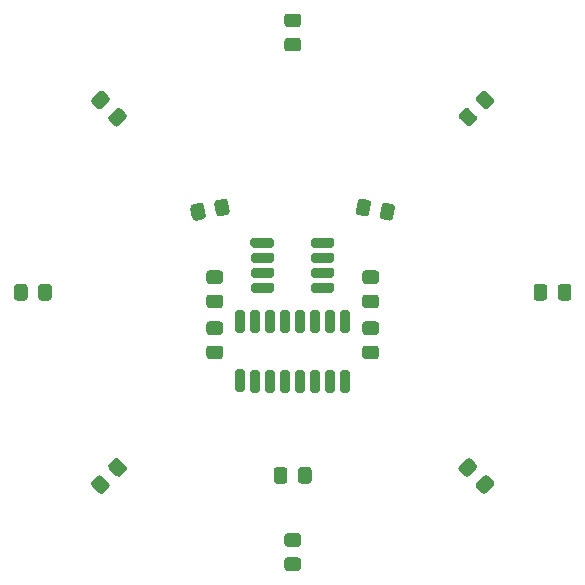
<source format=gbr>
G04 #@! TF.GenerationSoftware,KiCad,Pcbnew,5.1.7-a382d34a8~88~ubuntu20.04.1*
G04 #@! TF.CreationDate,2020-12-13T09:57:00-08:00*
G04 #@! TF.ProjectId,smd-sun,736d642d-7375-46e2-9e6b-696361645f70,rev?*
G04 #@! TF.SameCoordinates,Original*
G04 #@! TF.FileFunction,Paste,Top*
G04 #@! TF.FilePolarity,Positive*
%FSLAX46Y46*%
G04 Gerber Fmt 4.6, Leading zero omitted, Abs format (unit mm)*
G04 Created by KiCad (PCBNEW 5.1.7-a382d34a8~88~ubuntu20.04.1) date 2020-12-13 09:57:00*
%MOMM*%
%LPD*%
G01*
G04 APERTURE LIST*
G04 APERTURE END LIST*
G36*
G01*
X-4245000Y-3460000D02*
X-4645000Y-3460000D01*
G75*
G02*
X-4845000Y-3260000I0J200000D01*
G01*
X-4845000Y-1660000D01*
G75*
G02*
X-4645000Y-1460000I200000J0D01*
G01*
X-4245000Y-1460000D01*
G75*
G02*
X-4045000Y-1660000I0J-200000D01*
G01*
X-4045000Y-3260000D01*
G75*
G02*
X-4245000Y-3460000I-200000J0D01*
G01*
G37*
G36*
G01*
X-2975000Y-3460000D02*
X-3375000Y-3460000D01*
G75*
G02*
X-3575000Y-3260000I0J200000D01*
G01*
X-3575000Y-1660000D01*
G75*
G02*
X-3375000Y-1460000I200000J0D01*
G01*
X-2975000Y-1460000D01*
G75*
G02*
X-2775000Y-1660000I0J-200000D01*
G01*
X-2775000Y-3260000D01*
G75*
G02*
X-2975000Y-3460000I-200000J0D01*
G01*
G37*
G36*
G01*
X-1705000Y-3460000D02*
X-2105000Y-3460000D01*
G75*
G02*
X-2305000Y-3260000I0J200000D01*
G01*
X-2305000Y-1660000D01*
G75*
G02*
X-2105000Y-1460000I200000J0D01*
G01*
X-1705000Y-1460000D01*
G75*
G02*
X-1505000Y-1660000I0J-200000D01*
G01*
X-1505000Y-3260000D01*
G75*
G02*
X-1705000Y-3460000I-200000J0D01*
G01*
G37*
G36*
G01*
X-435000Y-3460000D02*
X-835000Y-3460000D01*
G75*
G02*
X-1035000Y-3260000I0J200000D01*
G01*
X-1035000Y-1660000D01*
G75*
G02*
X-835000Y-1460000I200000J0D01*
G01*
X-435000Y-1460000D01*
G75*
G02*
X-235000Y-1660000I0J-200000D01*
G01*
X-235000Y-3260000D01*
G75*
G02*
X-435000Y-3460000I-200000J0D01*
G01*
G37*
G36*
G01*
X835000Y-3460000D02*
X435000Y-3460000D01*
G75*
G02*
X235000Y-3260000I0J200000D01*
G01*
X235000Y-1660000D01*
G75*
G02*
X435000Y-1460000I200000J0D01*
G01*
X835000Y-1460000D01*
G75*
G02*
X1035000Y-1660000I0J-200000D01*
G01*
X1035000Y-3260000D01*
G75*
G02*
X835000Y-3460000I-200000J0D01*
G01*
G37*
G36*
G01*
X2105000Y-3460000D02*
X1705000Y-3460000D01*
G75*
G02*
X1505000Y-3260000I0J200000D01*
G01*
X1505000Y-1660000D01*
G75*
G02*
X1705000Y-1460000I200000J0D01*
G01*
X2105000Y-1460000D01*
G75*
G02*
X2305000Y-1660000I0J-200000D01*
G01*
X2305000Y-3260000D01*
G75*
G02*
X2105000Y-3460000I-200000J0D01*
G01*
G37*
G36*
G01*
X3375000Y-3460000D02*
X2975000Y-3460000D01*
G75*
G02*
X2775000Y-3260000I0J200000D01*
G01*
X2775000Y-1660000D01*
G75*
G02*
X2975000Y-1460000I200000J0D01*
G01*
X3375000Y-1460000D01*
G75*
G02*
X3575000Y-1660000I0J-200000D01*
G01*
X3575000Y-3260000D01*
G75*
G02*
X3375000Y-3460000I-200000J0D01*
G01*
G37*
G36*
G01*
X4645000Y-3460000D02*
X4245000Y-3460000D01*
G75*
G02*
X4045000Y-3260000I0J200000D01*
G01*
X4045000Y-1660000D01*
G75*
G02*
X4245000Y-1460000I200000J0D01*
G01*
X4645000Y-1460000D01*
G75*
G02*
X4845000Y-1660000I0J-200000D01*
G01*
X4845000Y-3260000D01*
G75*
G02*
X4645000Y-3460000I-200000J0D01*
G01*
G37*
G36*
G01*
X4645000Y-8540000D02*
X4245000Y-8540000D01*
G75*
G02*
X4045000Y-8340000I0J200000D01*
G01*
X4045000Y-6740000D01*
G75*
G02*
X4245000Y-6540000I200000J0D01*
G01*
X4645000Y-6540000D01*
G75*
G02*
X4845000Y-6740000I0J-200000D01*
G01*
X4845000Y-8340000D01*
G75*
G02*
X4645000Y-8540000I-200000J0D01*
G01*
G37*
G36*
G01*
X3375000Y-8540000D02*
X2975000Y-8540000D01*
G75*
G02*
X2775000Y-8340000I0J200000D01*
G01*
X2775000Y-6740000D01*
G75*
G02*
X2975000Y-6540000I200000J0D01*
G01*
X3375000Y-6540000D01*
G75*
G02*
X3575000Y-6740000I0J-200000D01*
G01*
X3575000Y-8340000D01*
G75*
G02*
X3375000Y-8540000I-200000J0D01*
G01*
G37*
G36*
G01*
X2105000Y-8540000D02*
X1705000Y-8540000D01*
G75*
G02*
X1505000Y-8340000I0J200000D01*
G01*
X1505000Y-6740000D01*
G75*
G02*
X1705000Y-6540000I200000J0D01*
G01*
X2105000Y-6540000D01*
G75*
G02*
X2305000Y-6740000I0J-200000D01*
G01*
X2305000Y-8340000D01*
G75*
G02*
X2105000Y-8540000I-200000J0D01*
G01*
G37*
G36*
G01*
X835000Y-8540000D02*
X435000Y-8540000D01*
G75*
G02*
X235000Y-8340000I0J200000D01*
G01*
X235000Y-6740000D01*
G75*
G02*
X435000Y-6540000I200000J0D01*
G01*
X835000Y-6540000D01*
G75*
G02*
X1035000Y-6740000I0J-200000D01*
G01*
X1035000Y-8340000D01*
G75*
G02*
X835000Y-8540000I-200000J0D01*
G01*
G37*
G36*
G01*
X-435000Y-8540000D02*
X-835000Y-8540000D01*
G75*
G02*
X-1035000Y-8340000I0J200000D01*
G01*
X-1035000Y-6740000D01*
G75*
G02*
X-835000Y-6540000I200000J0D01*
G01*
X-435000Y-6540000D01*
G75*
G02*
X-235000Y-6740000I0J-200000D01*
G01*
X-235000Y-8340000D01*
G75*
G02*
X-435000Y-8540000I-200000J0D01*
G01*
G37*
G36*
G01*
X-1705000Y-8540000D02*
X-2105000Y-8540000D01*
G75*
G02*
X-2305000Y-8340000I0J200000D01*
G01*
X-2305000Y-6740000D01*
G75*
G02*
X-2105000Y-6540000I200000J0D01*
G01*
X-1705000Y-6540000D01*
G75*
G02*
X-1505000Y-6740000I0J-200000D01*
G01*
X-1505000Y-8340000D01*
G75*
G02*
X-1705000Y-8540000I-200000J0D01*
G01*
G37*
G36*
G01*
X-2975000Y-8540000D02*
X-3375000Y-8540000D01*
G75*
G02*
X-3575000Y-8340000I0J200000D01*
G01*
X-3575000Y-6740000D01*
G75*
G02*
X-3375000Y-6540000I200000J0D01*
G01*
X-2975000Y-6540000D01*
G75*
G02*
X-2775000Y-6740000I0J-200000D01*
G01*
X-2775000Y-8340000D01*
G75*
G02*
X-2975000Y-8540000I-200000J0D01*
G01*
G37*
G36*
G01*
X-4245000Y-8475000D02*
X-4645000Y-8475000D01*
G75*
G02*
X-4845000Y-8275000I0J200000D01*
G01*
X-4845000Y-6675000D01*
G75*
G02*
X-4645000Y-6475000I200000J0D01*
G01*
X-4245000Y-6475000D01*
G75*
G02*
X-4045000Y-6675000I0J-200000D01*
G01*
X-4045000Y-8275000D01*
G75*
G02*
X-4245000Y-8475000I-200000J0D01*
G01*
G37*
G36*
G01*
X1540000Y3991000D02*
X1540000Y4391000D01*
G75*
G02*
X1740000Y4591000I200000J0D01*
G01*
X3340000Y4591000D01*
G75*
G02*
X3540000Y4391000I0J-200000D01*
G01*
X3540000Y3991000D01*
G75*
G02*
X3340000Y3791000I-200000J0D01*
G01*
X1740000Y3791000D01*
G75*
G02*
X1540000Y3991000I0J200000D01*
G01*
G37*
G36*
G01*
X1540000Y2721000D02*
X1540000Y3121000D01*
G75*
G02*
X1740000Y3321000I200000J0D01*
G01*
X3340000Y3321000D01*
G75*
G02*
X3540000Y3121000I0J-200000D01*
G01*
X3540000Y2721000D01*
G75*
G02*
X3340000Y2521000I-200000J0D01*
G01*
X1740000Y2521000D01*
G75*
G02*
X1540000Y2721000I0J200000D01*
G01*
G37*
G36*
G01*
X1540000Y1451000D02*
X1540000Y1851000D01*
G75*
G02*
X1740000Y2051000I200000J0D01*
G01*
X3340000Y2051000D01*
G75*
G02*
X3540000Y1851000I0J-200000D01*
G01*
X3540000Y1451000D01*
G75*
G02*
X3340000Y1251000I-200000J0D01*
G01*
X1740000Y1251000D01*
G75*
G02*
X1540000Y1451000I0J200000D01*
G01*
G37*
G36*
G01*
X1540000Y181000D02*
X1540000Y581000D01*
G75*
G02*
X1740000Y781000I200000J0D01*
G01*
X3340000Y781000D01*
G75*
G02*
X3540000Y581000I0J-200000D01*
G01*
X3540000Y181000D01*
G75*
G02*
X3340000Y-19000I-200000J0D01*
G01*
X1740000Y-19000D01*
G75*
G02*
X1540000Y181000I0J200000D01*
G01*
G37*
G36*
G01*
X-3540000Y181000D02*
X-3540000Y581000D01*
G75*
G02*
X-3340000Y781000I200000J0D01*
G01*
X-1740000Y781000D01*
G75*
G02*
X-1540000Y581000I0J-200000D01*
G01*
X-1540000Y181000D01*
G75*
G02*
X-1740000Y-19000I-200000J0D01*
G01*
X-3340000Y-19000D01*
G75*
G02*
X-3540000Y181000I0J200000D01*
G01*
G37*
G36*
G01*
X-3540000Y1451000D02*
X-3540000Y1851000D01*
G75*
G02*
X-3340000Y2051000I200000J0D01*
G01*
X-1740000Y2051000D01*
G75*
G02*
X-1540000Y1851000I0J-200000D01*
G01*
X-1540000Y1451000D01*
G75*
G02*
X-1740000Y1251000I-200000J0D01*
G01*
X-3340000Y1251000D01*
G75*
G02*
X-3540000Y1451000I0J200000D01*
G01*
G37*
G36*
G01*
X-3540000Y2721000D02*
X-3540000Y3121000D01*
G75*
G02*
X-3340000Y3321000I200000J0D01*
G01*
X-1740000Y3321000D01*
G75*
G02*
X-1540000Y3121000I0J-200000D01*
G01*
X-1540000Y2721000D01*
G75*
G02*
X-1740000Y2521000I-200000J0D01*
G01*
X-3340000Y2521000D01*
G75*
G02*
X-3540000Y2721000I0J200000D01*
G01*
G37*
G36*
G01*
X-3575000Y3991000D02*
X-3575000Y4391000D01*
G75*
G02*
X-3375000Y4591000I200000J0D01*
G01*
X-1775000Y4591000D01*
G75*
G02*
X-1575000Y4391000I0J-200000D01*
G01*
X-1575000Y3991000D01*
G75*
G02*
X-1775000Y3791000I-200000J0D01*
G01*
X-3375000Y3791000D01*
G75*
G02*
X-3575000Y3991000I0J200000D01*
G01*
G37*
G36*
G01*
X6634978Y7521306D02*
X6478695Y6634977D01*
G75*
G02*
X6189082Y6432188I-246201J43412D01*
G01*
X5548955Y6545059D01*
G75*
G02*
X5346166Y6834672I43412J246201D01*
G01*
X5502449Y7721001D01*
G75*
G02*
X5792062Y7923790I246201J-43412D01*
G01*
X6432189Y7810919D01*
G75*
G02*
X6634978Y7521306I-43412J-246201D01*
G01*
G37*
G36*
G01*
X8653834Y7165328D02*
X8497551Y6278999D01*
G75*
G02*
X8207938Y6076210I-246201J43412D01*
G01*
X7567811Y6189081D01*
G75*
G02*
X7365022Y6478694I43412J246201D01*
G01*
X7521305Y7365023D01*
G75*
G02*
X7810918Y7567812I246201J-43412D01*
G01*
X8451045Y7454941D01*
G75*
G02*
X8653834Y7165328I-43412J-246201D01*
G01*
G37*
G36*
G01*
X-6478695Y6634977D02*
X-6634978Y7521306D01*
G75*
G02*
X-6432189Y7810919I246201J43412D01*
G01*
X-5792062Y7923790D01*
G75*
G02*
X-5502449Y7721001I43412J-246201D01*
G01*
X-5346166Y6834672D01*
G75*
G02*
X-5548955Y6545059I-246201J-43412D01*
G01*
X-6189082Y6432188D01*
G75*
G02*
X-6478695Y6634977I-43412J246201D01*
G01*
G37*
G36*
G01*
X-8497551Y6278999D02*
X-8653834Y7165328D01*
G75*
G02*
X-8451045Y7454941I246201J43412D01*
G01*
X-7810918Y7567812D01*
G75*
G02*
X-7521305Y7365023I43412J-246201D01*
G01*
X-7365022Y6478694D01*
G75*
G02*
X-7567811Y6189081I-246201J-43412D01*
G01*
X-8207938Y6076210D01*
G75*
G02*
X-8497551Y6278999I-43412J246201D01*
G01*
G37*
G36*
G01*
X450000Y-15950001D02*
X450000Y-15049999D01*
G75*
G02*
X699999Y-14800000I249999J0D01*
G01*
X1350001Y-14800000D01*
G75*
G02*
X1600000Y-15049999I0J-249999D01*
G01*
X1600000Y-15950001D01*
G75*
G02*
X1350001Y-16200000I-249999J0D01*
G01*
X699999Y-16200000D01*
G75*
G02*
X450000Y-15950001I0J249999D01*
G01*
G37*
G36*
G01*
X-1600000Y-15950001D02*
X-1600000Y-15049999D01*
G75*
G02*
X-1350001Y-14800000I249999J0D01*
G01*
X-699999Y-14800000D01*
G75*
G02*
X-450000Y-15049999I0J-249999D01*
G01*
X-450000Y-15950001D01*
G75*
G02*
X-699999Y-16200000I-249999J0D01*
G01*
X-1350001Y-16200000D01*
G75*
G02*
X-1600000Y-15950001I0J249999D01*
G01*
G37*
G36*
G01*
X-6149999Y-3614000D02*
X-7050001Y-3614000D01*
G75*
G02*
X-7300000Y-3364001I0J249999D01*
G01*
X-7300000Y-2713999D01*
G75*
G02*
X-7050001Y-2464000I249999J0D01*
G01*
X-6149999Y-2464000D01*
G75*
G02*
X-5900000Y-2713999I0J-249999D01*
G01*
X-5900000Y-3364001D01*
G75*
G02*
X-6149999Y-3614000I-249999J0D01*
G01*
G37*
G36*
G01*
X-6149999Y-5664000D02*
X-7050001Y-5664000D01*
G75*
G02*
X-7300000Y-5414001I0J249999D01*
G01*
X-7300000Y-4763999D01*
G75*
G02*
X-7050001Y-4514000I249999J0D01*
G01*
X-6149999Y-4514000D01*
G75*
G02*
X-5900000Y-4763999I0J-249999D01*
G01*
X-5900000Y-5414001D01*
G75*
G02*
X-6149999Y-5664000I-249999J0D01*
G01*
G37*
G36*
G01*
X6149999Y-196000D02*
X7050001Y-196000D01*
G75*
G02*
X7300000Y-445999I0J-249999D01*
G01*
X7300000Y-1096001D01*
G75*
G02*
X7050001Y-1346000I-249999J0D01*
G01*
X6149999Y-1346000D01*
G75*
G02*
X5900000Y-1096001I0J249999D01*
G01*
X5900000Y-445999D01*
G75*
G02*
X6149999Y-196000I249999J0D01*
G01*
G37*
G36*
G01*
X6149999Y1854000D02*
X7050001Y1854000D01*
G75*
G02*
X7300000Y1604001I0J-249999D01*
G01*
X7300000Y953999D01*
G75*
G02*
X7050001Y704000I-249999J0D01*
G01*
X6149999Y704000D01*
G75*
G02*
X5900000Y953999I0J249999D01*
G01*
X5900000Y1604001D01*
G75*
G02*
X6149999Y1854000I249999J0D01*
G01*
G37*
G36*
G01*
X14919604Y15556001D02*
X15556001Y14919604D01*
G75*
G02*
X15556001Y14566052I-176776J-176776D01*
G01*
X15096380Y14106431D01*
G75*
G02*
X14742828Y14106431I-176776J176776D01*
G01*
X14106431Y14742828D01*
G75*
G02*
X14106431Y15096380I176776J176776D01*
G01*
X14566052Y15556001D01*
G75*
G02*
X14919604Y15556001I176776J-176776D01*
G01*
G37*
G36*
G01*
X16369172Y17005569D02*
X17005569Y16369172D01*
G75*
G02*
X17005569Y16015620I-176776J-176776D01*
G01*
X16545948Y15555999D01*
G75*
G02*
X16192396Y15555999I-176776J176776D01*
G01*
X15555999Y16192396D01*
G75*
G02*
X15555999Y16545948I176776J176776D01*
G01*
X16015620Y17005569D01*
G75*
G02*
X16369172Y17005569I176776J-176776D01*
G01*
G37*
G36*
G01*
X21550000Y450001D02*
X21550000Y-450001D01*
G75*
G02*
X21300001Y-700000I-249999J0D01*
G01*
X20649999Y-700000D01*
G75*
G02*
X20400000Y-450001I0J249999D01*
G01*
X20400000Y450001D01*
G75*
G02*
X20649999Y700000I249999J0D01*
G01*
X21300001Y700000D01*
G75*
G02*
X21550000Y450001I0J-249999D01*
G01*
G37*
G36*
G01*
X23600000Y450001D02*
X23600000Y-450001D01*
G75*
G02*
X23350001Y-700000I-249999J0D01*
G01*
X22699999Y-700000D01*
G75*
G02*
X22450000Y-450001I0J249999D01*
G01*
X22450000Y450001D01*
G75*
G02*
X22699999Y700000I249999J0D01*
G01*
X23350001Y700000D01*
G75*
G02*
X23600000Y450001I0J-249999D01*
G01*
G37*
G36*
G01*
X15556001Y-14919604D02*
X14919604Y-15556001D01*
G75*
G02*
X14566052Y-15556001I-176776J176776D01*
G01*
X14106431Y-15096380D01*
G75*
G02*
X14106431Y-14742828I176776J176776D01*
G01*
X14742828Y-14106431D01*
G75*
G02*
X15096380Y-14106431I176776J-176776D01*
G01*
X15556001Y-14566052D01*
G75*
G02*
X15556001Y-14919604I-176776J-176776D01*
G01*
G37*
G36*
G01*
X17005569Y-16369172D02*
X16369172Y-17005569D01*
G75*
G02*
X16015620Y-17005569I-176776J176776D01*
G01*
X15555999Y-16545948D01*
G75*
G02*
X15555999Y-16192396I176776J176776D01*
G01*
X16192396Y-15555999D01*
G75*
G02*
X16545948Y-15555999I176776J-176776D01*
G01*
X17005569Y-16015620D01*
G75*
G02*
X17005569Y-16369172I-176776J-176776D01*
G01*
G37*
G36*
G01*
X450001Y-21550000D02*
X-450001Y-21550000D01*
G75*
G02*
X-700000Y-21300001I0J249999D01*
G01*
X-700000Y-20649999D01*
G75*
G02*
X-450001Y-20400000I249999J0D01*
G01*
X450001Y-20400000D01*
G75*
G02*
X700000Y-20649999I0J-249999D01*
G01*
X700000Y-21300001D01*
G75*
G02*
X450001Y-21550000I-249999J0D01*
G01*
G37*
G36*
G01*
X450001Y-23600000D02*
X-450001Y-23600000D01*
G75*
G02*
X-700000Y-23350001I0J249999D01*
G01*
X-700000Y-22699999D01*
G75*
G02*
X-450001Y-22450000I249999J0D01*
G01*
X450001Y-22450000D01*
G75*
G02*
X700000Y-22699999I0J-249999D01*
G01*
X700000Y-23350001D01*
G75*
G02*
X450001Y-23600000I-249999J0D01*
G01*
G37*
G36*
G01*
X-14919604Y-15556001D02*
X-15556001Y-14919604D01*
G75*
G02*
X-15556001Y-14566052I176776J176776D01*
G01*
X-15096380Y-14106431D01*
G75*
G02*
X-14742828Y-14106431I176776J-176776D01*
G01*
X-14106431Y-14742828D01*
G75*
G02*
X-14106431Y-15096380I-176776J-176776D01*
G01*
X-14566052Y-15556001D01*
G75*
G02*
X-14919604Y-15556001I-176776J176776D01*
G01*
G37*
G36*
G01*
X-16369172Y-17005569D02*
X-17005569Y-16369172D01*
G75*
G02*
X-17005569Y-16015620I176776J176776D01*
G01*
X-16545948Y-15555999D01*
G75*
G02*
X-16192396Y-15555999I176776J-176776D01*
G01*
X-15555999Y-16192396D01*
G75*
G02*
X-15555999Y-16545948I-176776J-176776D01*
G01*
X-16015620Y-17005569D01*
G75*
G02*
X-16369172Y-17005569I-176776J176776D01*
G01*
G37*
G36*
G01*
X-21550000Y-450001D02*
X-21550000Y450001D01*
G75*
G02*
X-21300001Y700000I249999J0D01*
G01*
X-20649999Y700000D01*
G75*
G02*
X-20400000Y450001I0J-249999D01*
G01*
X-20400000Y-450001D01*
G75*
G02*
X-20649999Y-700000I-249999J0D01*
G01*
X-21300001Y-700000D01*
G75*
G02*
X-21550000Y-450001I0J249999D01*
G01*
G37*
G36*
G01*
X-23600000Y-450001D02*
X-23600000Y450001D01*
G75*
G02*
X-23350001Y700000I249999J0D01*
G01*
X-22699999Y700000D01*
G75*
G02*
X-22450000Y450001I0J-249999D01*
G01*
X-22450000Y-450001D01*
G75*
G02*
X-22699999Y-700000I-249999J0D01*
G01*
X-23350001Y-700000D01*
G75*
G02*
X-23600000Y-450001I0J249999D01*
G01*
G37*
G36*
G01*
X-15556001Y14919604D02*
X-14919604Y15556001D01*
G75*
G02*
X-14566052Y15556001I176776J-176776D01*
G01*
X-14106431Y15096380D01*
G75*
G02*
X-14106431Y14742828I-176776J-176776D01*
G01*
X-14742828Y14106431D01*
G75*
G02*
X-15096380Y14106431I-176776J176776D01*
G01*
X-15556001Y14566052D01*
G75*
G02*
X-15556001Y14919604I176776J176776D01*
G01*
G37*
G36*
G01*
X-17005569Y16369172D02*
X-16369172Y17005569D01*
G75*
G02*
X-16015620Y17005569I176776J-176776D01*
G01*
X-15555999Y16545948D01*
G75*
G02*
X-15555999Y16192396I-176776J-176776D01*
G01*
X-16192396Y15555999D01*
G75*
G02*
X-16545948Y15555999I-176776J176776D01*
G01*
X-17005569Y16015620D01*
G75*
G02*
X-17005569Y16369172I176776J176776D01*
G01*
G37*
G36*
G01*
X-450001Y21550000D02*
X450001Y21550000D01*
G75*
G02*
X700000Y21300001I0J-249999D01*
G01*
X700000Y20649999D01*
G75*
G02*
X450001Y20400000I-249999J0D01*
G01*
X-450001Y20400000D01*
G75*
G02*
X-700000Y20649999I0J249999D01*
G01*
X-700000Y21300001D01*
G75*
G02*
X-450001Y21550000I249999J0D01*
G01*
G37*
G36*
G01*
X-450001Y23600000D02*
X450001Y23600000D01*
G75*
G02*
X700000Y23350001I0J-249999D01*
G01*
X700000Y22699999D01*
G75*
G02*
X450001Y22450000I-249999J0D01*
G01*
X-450001Y22450000D01*
G75*
G02*
X-700000Y22699999I0J249999D01*
G01*
X-700000Y23350001D01*
G75*
G02*
X-450001Y23600000I249999J0D01*
G01*
G37*
G36*
G01*
X-6149999Y704000D02*
X-7050001Y704000D01*
G75*
G02*
X-7300000Y953999I0J249999D01*
G01*
X-7300000Y1604001D01*
G75*
G02*
X-7050001Y1854000I249999J0D01*
G01*
X-6149999Y1854000D01*
G75*
G02*
X-5900000Y1604001I0J-249999D01*
G01*
X-5900000Y953999D01*
G75*
G02*
X-6149999Y704000I-249999J0D01*
G01*
G37*
G36*
G01*
X-6149999Y-1346000D02*
X-7050001Y-1346000D01*
G75*
G02*
X-7300000Y-1096001I0J249999D01*
G01*
X-7300000Y-445999D01*
G75*
G02*
X-7050001Y-196000I249999J0D01*
G01*
X-6149999Y-196000D01*
G75*
G02*
X-5900000Y-445999I0J-249999D01*
G01*
X-5900000Y-1096001D01*
G75*
G02*
X-6149999Y-1346000I-249999J0D01*
G01*
G37*
G36*
G01*
X6149999Y-4514000D02*
X7050001Y-4514000D01*
G75*
G02*
X7300000Y-4763999I0J-249999D01*
G01*
X7300000Y-5414001D01*
G75*
G02*
X7050001Y-5664000I-249999J0D01*
G01*
X6149999Y-5664000D01*
G75*
G02*
X5900000Y-5414001I0J249999D01*
G01*
X5900000Y-4763999D01*
G75*
G02*
X6149999Y-4514000I249999J0D01*
G01*
G37*
G36*
G01*
X6149999Y-2464000D02*
X7050001Y-2464000D01*
G75*
G02*
X7300000Y-2713999I0J-249999D01*
G01*
X7300000Y-3364001D01*
G75*
G02*
X7050001Y-3614000I-249999J0D01*
G01*
X6149999Y-3614000D01*
G75*
G02*
X5900000Y-3364001I0J249999D01*
G01*
X5900000Y-2713999D01*
G75*
G02*
X6149999Y-2464000I249999J0D01*
G01*
G37*
M02*

</source>
